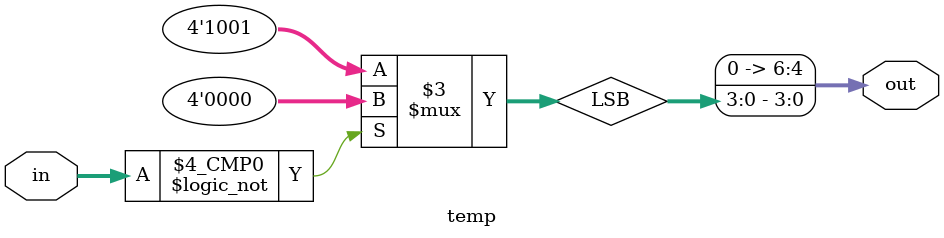
<source format=v>
module temp(
    input [3:0] in,

    output [6:0] out
);

wire [2:0] MSB;
reg [3:0] LSB;

/*
parameter ZERO =  7'b100_0000;
parameter ONE =   7'b111_1001;
parameter TWO = 7'b010_0100;
parameter THREE = 7'b011_0000;
parameter FOUR = 7'b001_1001;
parameter FIVE = 7'b001_0010;
parameter SIX = 7'b000_0010;
parameter SEVEN = 7'b111_1000;
parameter EIGHT = 7'b000_0000;
parameter NINE = 7'b001_1000;
parameter A = 7'b000_1000;
parameter B = 7'b000_0001;
parameter C = 7'b100_0110;
parameter D = 7'b010_0001;
parameter E = 7'b000_0110;
parameter F = 7'b000_1110;
*/

parameter ZERO =  7'b100_0000;
parameter ONE =   7'b111_1001;

always @(in) begin
    case (in)
        4'b0000: begin //zero
            LSB = ZERO[3:0];
            
        end
         default: begin
            LSB = ONE[3:0];
         end    
    endcase      
end

//MSB = 3'b111;

assign out = LSB;

endmodule   
</source>
